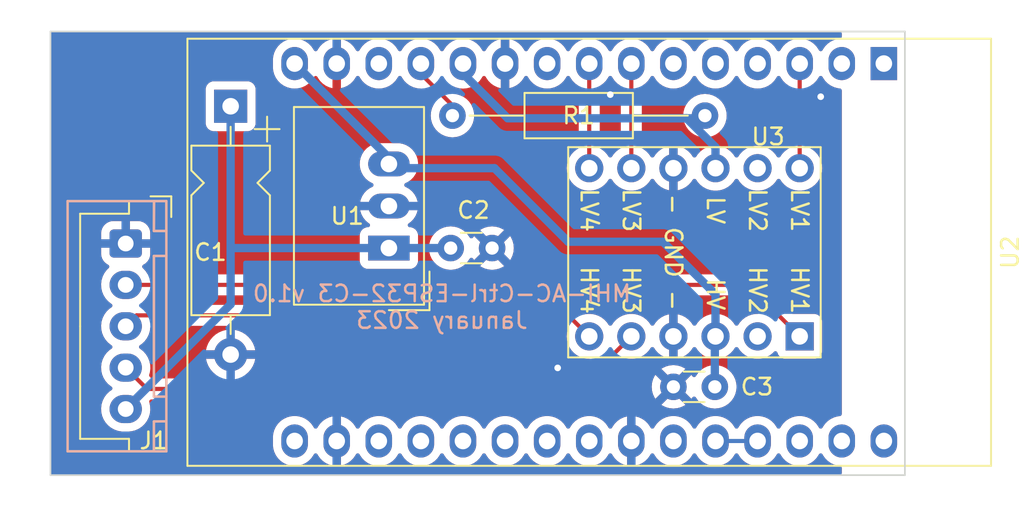
<source format=kicad_pcb>
(kicad_pcb (version 20221018) (generator pcbnew)
  (title_block (title "MHI-AC-Ctrl") (date "2022-10-24") (rev "v2.3") (comment 4 "AISLER Project ID: ROYGVFGP"))
  (layers (0 "F.Cu" signal) (31 "B.Cu" signal) (34 "B.Paste" user) (35 "F.Paste" user) (36 "B.SilkS" user "B.Silkscreen") (37 "F.SilkS" user "F.Silkscreen") (38 "B.Mask" user) (39 "F.Mask" user) (44 "Edge.Cuts" user))
  (net 0 "")
  (net 1 "+12V")
  (net 2 "GND")
  (net 3 "+5V")
  (net 4 "MISO_5V")
  (net 5 "MOSI_5V")
  (net 6 "CLK_5V")
  (net 7 "+3V3")
  (net 10 "MOSI_3V3")
  (net 11 "MISO_3V3")
  (net 12 "CLK_3V3")
  (net 26 "Net-(U2-IO10)")
  (net 32 "Net-(U2-EN)")
  (footprint "MHI-AC-CTRL:ESP-C3-32S-Kit" (layer "F.Cu") (at 111.76 50.8 -90)
    (fp_text reference "U2" (at 0 -25.4 90) (layer "F.SilkS"))
    (fp_text value "ESP-C3-32S-Kit")
    (fp_line (start -12.9 24.25) (end 12.899999 24.25) (stroke (width 0.12)) (layer "F.SilkS"))
    (fp_line (start -12.899999 -24.25) (end -12.9 24.25) (stroke (width 0.12)) (layer "F.SilkS"))
    (fp_line (start 12.899999 24.25) (end 12.9 -24.25) (stroke (width 0.12)) (layer "F.SilkS"))
    (fp_line (start 12.9 -24.25) (end -12.899999 -24.25) (stroke (width 0.12)) (layer "F.SilkS"))
    (pad "1" thru_hole rect (at -11.4 -17.78 180) (size 1.6 2) (drill 1) (layers "*.Cu" "*.Mask"))
    (pad "2" thru_hole oval (at -11.4 -15.24 180) (size 1.6 2) (drill 1) (layers "*.Cu" "*.Mask"))
    (pad "3" thru_hole oval (at -11.4 -12.7 180) (size 1.6 2) (drill 1) (layers "*.Cu" "*.Mask") (net 11 "MISO_3V3"))
    (pad "4" thru_hole oval (at -11.4 -10.16 180) (size 1.6 2) (drill 1) (layers "*.Cu" "*.Mask"))
    (pad "5" thru_hole oval (at -11.4 -7.62 180) (size 1.6 2) (drill 1) (layers "*.Cu" "*.Mask"))
    (pad "6" thru_hole oval (at -11.4 -5.08 180) (size 1.6 2) (drill 1) (layers "*.Cu" "*.Mask"))
    (pad "7" thru_hole oval (at -11.4 -2.54 180) (size 1.6 2) (drill 1) (layers "*.Cu" "*.Mask") (net 12 "CLK_3V3"))
    (pad "8" thru_hole oval (at -11.4 0 180) (size 1.6 2) (drill 1) (layers "*.Cu" "*.Mask") (net 10 "MOSI_3V3"))
    (pad "9" thru_hole oval (at -11.4 2.54 180) (size 1.6 2) (drill 1) (layers "*.Cu" "*.Mask"))
    (pad "10" thru_hole oval (at -11.4 5.08 180) (size 1.6 2) (drill 1) (layers "*.Cu" "*.Mask") (net 2 "GND"))
    (pad "11" thru_hole oval (at -11.4 7.62 180) (size 1.6 2) (drill 1) (layers "*.Cu" "*.Mask") (net 7 "+3V3"))
    (pad "12" thru_hole oval (at -11.4 10.16 180) (size 1.6 2) (drill 1) (layers "*.Cu" "*.Mask") (net 32 "Net-(U2-EN)"))
    (pad "13" thru_hole oval (at -11.4 12.7 180) (size 1.6 2) (drill 1) (layers "*.Cu" "*.Mask"))
    (pad "14" thru_hole oval (at -11.4 15.24 180) (size 1.6 2) (drill 1) (layers "*.Cu" "*.Mask") (net 2 "GND"))
    (pad "15" thru_hole oval (at -11.4 17.78 180) (size 1.6 2) (drill 1) (layers "*.Cu" "*.Mask") (net 3 "+5V"))
    (pad "16" thru_hole oval (at 11.4 17.78 180) (size 1.6 2) (drill 1) (layers "*.Cu" "*.Mask"))
    (pad "17" thru_hole oval (at 11.4 15.24 180) (size 1.6 2) (drill 1) (layers "*.Cu" "*.Mask") (net 2 "GND"))
    (pad "18" thru_hole oval (at 11.4 12.7 180) (size 1.6 2) (drill 1) (layers "*.Cu" "*.Mask"))
    (pad "19" thru_hole oval (at 11.4 10.16 180) (size 1.6 2) (drill 1) (layers "*.Cu" "*.Mask"))
    (pad "20" thru_hole oval (at 11.4 7.62 180) (size 1.6 2) (drill 1) (layers "*.Cu" "*.Mask"))
    (pad "21" thru_hole oval (at 11.4 5.08 180) (size 1.6 2) (drill 1) (layers "*.Cu" "*.Mask"))
    (pad "22" thru_hole oval (at 11.4 2.54 180) (size 1.6 2) (drill 1) (layers "*.Cu" "*.Mask"))
    (pad "23" thru_hole oval (at 11.4 0 180) (size 1.6 2) (drill 1) (layers "*.Cu" "*.Mask"))
    (pad "24" thru_hole oval (at 11.4 -2.54 180) (size 1.6 2) (drill 1) (layers "*.Cu" "*.Mask") (net 2 "GND"))
    (pad "25" thru_hole oval (at 11.4 -5.08 180) (size 1.6 2) (drill 1) (layers "*.Cu" "*.Mask"))
    (pad "26" thru_hole oval (at 11.4 -7.62 180) (size 1.6 2) (drill 1) (layers "*.Cu" "*.Mask") (net 26 "Net-(U2-IO10)"))
    (pad "27" thru_hole oval (at 11.4 -10.16 180) (size 1.6 2) (drill 1) (layers "*.Cu" "*.Mask") (net 26 "Net-(U2-IO10)"))
    (pad "28" thru_hole oval (at 11.4 -12.7 180) (size 1.6 2) (drill 1) (layers "*.Cu" "*.Mask"))
    (pad "29" thru_hole oval (at 11.4 -15.24 180) (size 1.6 2) (drill 1) (layers "*.Cu" "*.Mask"))
    (pad "30" thru_hole oval (at 11.4 -17.78 180) (size 1.6 2) (drill 1) (layers "*.Cu" "*.Mask"))
    (zone (net 0) (net_name "") (layers "F&B.Cu") (connect_pads (clearance 0)) (min_thickness 0.254)
      (keepout (tracks allowed) (vias allowed) (pads allowed) (copperpour not_allowed) (footprints allowed))
      (fill (thermal_gap 0.508) (thermal_bridge_width 0.508))
      (polygon (pts (xy 136.01 40.64) (xy 136.01 60.96) (xy 129.51 60.96) (xy 129.51 40.64)))
    )
  )
  (footprint "Converter_DCDC:Converter_DCDC_TRACO_TSR-1_THT" (layer "F.Cu") (at 99.6696 50.546 90)
    (fp_text reference "U1" (at 1.9304 -2.5146 180) (layer "F.SilkS"))
    (fp_text value "TSR_1-2450" hide)
    (fp_line (start -3.75 0) (end -3.75 2.45) (stroke (width 0.12)) (layer "F.SilkS"))
    (fp_line (start -3.75 2.45) (end -1.42 2.45) (stroke (width 0.12)) (layer "F.SilkS"))
    (fp_line (start -3.42 -5.73) (end 8.52 -5.73) (stroke (width 0.12)) (layer "F.SilkS"))
    (fp_line (start -3.42 2.12) (end -3.42 -5.73) (stroke (width 0.12)) (layer "F.SilkS"))
    (fp_line (start 8.52 -5.73) (end 8.52 2.12) (stroke (width 0.12)) (layer "F.SilkS"))
    (fp_line (start 8.52 2.12) (end -3.42 2.12) (stroke (width 0.12)) (layer "F.SilkS"))
    (pad "1" thru_hole rect (at 0 0 90) (size 1.5 2.5) (drill 1) (layers "*.Cu" "*.Mask") (net 1 "+12V"))
    (pad "2" thru_hole oval (at 2.54 0 90) (size 1.5 2.5) (drill 1) (layers "*.Cu" "*.Mask") (net 2 "GND"))
    (pad "3" thru_hole oval (at 5.08 0 90) (size 1.5 2.5) (drill 1) (layers "*.Cu" "*.Mask") (net 3 "+5V"))
  )
  (footprint "Connector_JST:JST_XH_B5B-XH-A_1x05_P2.50mm_Vertical" (layer "F.Cu") (at 83.7862 50.2704 -90)
    (fp_text reference "J1" (at 11.9088 -1.7 180) (layer "F.SilkS"))
    (fp_text value "Conn_01x05")
    (fp_line (start -2.85 -2.75) (end -2.85 -1.5) (stroke (width 0.12)) (layer "F.SilkS"))
    (fp_line (start -2.56 -2.46) (end -2.56 3.51) (stroke (width 0.12)) (layer "F.SilkS"))
    (fp_line (start -2.56 3.51) (end 12.56 3.51) (stroke (width 0.12)) (layer "F.SilkS"))
    (fp_line (start -2.55 -2.45) (end -2.55 -1.7) (stroke (width 0.12)) (layer "F.SilkS"))
    (fp_line (start -2.55 -1.7) (end -0.75 -1.7) (stroke (width 0.12)) (layer "F.SilkS"))
    (fp_line (start -2.55 -0.2) (end -1.8 -0.2) (stroke (width 0.12)) (layer "F.SilkS"))
    (fp_line (start -1.8 -0.2) (end -1.8 2.75) (stroke (width 0.12)) (layer "F.SilkS"))
    (fp_line (start -1.8 2.75) (end 5 2.75) (stroke (width 0.12)) (layer "F.SilkS"))
    (fp_line (start -1.6 -2.75) (end -2.85 -2.75) (stroke (width 0.12)) (layer "F.SilkS"))
    (fp_line (start -0.75 -2.45) (end -2.55 -2.45) (stroke (width 0.12)) (layer "F.SilkS"))
    (fp_line (start -0.75 -1.7) (end -0.75 -2.45) (stroke (width 0.12)) (layer "F.SilkS"))
    (fp_line (start 0.75 -2.45) (end 0.75 -1.7) (stroke (width 0.12)) (layer "F.SilkS"))
    (fp_line (start 0.75 -1.7) (end 9.25 -1.7) (stroke (width 0.12)) (layer "F.SilkS"))
    (fp_line (start 9.25 -2.45) (end 0.75 -2.45) (stroke (width 0.12)) (layer "F.SilkS"))
    (fp_line (start 9.25 -1.7) (end 9.25 -2.45) (stroke (width 0.12)) (layer "F.SilkS"))
    (fp_line (start 10.75 -2.45) (end 10.75 -1.7) (stroke (width 0.12)) (layer "F.SilkS"))
    (fp_line (start 10.75 -1.7) (end 12.55 -1.7) (stroke (width 0.12)) (layer "F.SilkS"))
    (fp_line (start 11.8 -0.2) (end 11.8 2.75) (stroke (width 0.12)) (layer "F.SilkS"))
    (fp_line (start 11.8 2.75) (end 5 2.75) (stroke (width 0.12)) (layer "F.SilkS"))
    (fp_line (start 12.55 -2.45) (end 10.75 -2.45) (stroke (width 0.12)) (layer "F.SilkS"))
    (fp_line (start 12.55 -1.7) (end 12.55 -2.45) (stroke (width 0.12)) (layer "F.SilkS"))
    (fp_line (start 12.55 -0.2) (end 11.8 -0.2) (stroke (width 0.12)) (layer "F.SilkS"))
    (fp_line (start 12.56 -2.46) (end -2.56 -2.46) (stroke (width 0.12)) (layer "F.SilkS"))
    (fp_line (start 12.56 3.51) (end 12.56 -2.46) (stroke (width 0.12)) (layer "F.SilkS"))
    (pad "1" thru_hole roundrect (at 0 0 270) (size 1.7 1.95) (drill 0.95) (layers "*.Cu" "*.Mask") (roundrect_rratio 0.1470588235) (net 2 "GND"))
    (pad "2" thru_hole oval (at 2.5 0 270) (size 1.7 1.95) (drill 0.95) (layers "*.Cu" "*.Mask") (net 4 "MISO_5V"))
    (pad "3" thru_hole oval (at 5 0 270) (size 1.7 1.95) (drill 0.95) (layers "*.Cu" "*.Mask") (net 5 "MOSI_5V"))
    (pad "4" thru_hole oval (at 7.5 0 270) (size 1.7 1.95) (drill 0.95) (layers "*.Cu" "*.Mask") (net 6 "CLK_5V"))
    (pad "5" thru_hole oval (at 10 0 270) (size 1.7 1.95) (drill 0.95) (layers "*.Cu" "*.Mask") (net 1 "+12V"))
  )
  (footprint "Package_SO:SOIC-14_3.9x8.7mm_P1.27mm" (layer "F.Cu") (at 118.11 50.8 -90)
    (fp_text reference "U3" (at -6.985 -4.445) (layer "F.SilkS"))
    (fp_text value "LEVEL-SHIFTER-4CH")
    (fp_text user "LV1" (at -2.54 -6.35 -90 unlocked) (layer "F.SilkS"))
    (fp_text user "LV" (at -2.54 -1.27 -90 unlocked) (layer "F.SilkS"))
    (fp_text user "LV4" (at -2.54 6.35 -90 unlocked) (layer "F.SilkS"))
    (fp_text user "LV3" (at -2.54 3.81 -90 unlocked) (layer "F.SilkS"))
    (fp_text user "HV2" (at 2.286 -3.81 -90 unlocked) (layer "F.SilkS"))
    (fp_text user "- GND -" (at 0 1.27 -90 unlocked) (layer "F.SilkS"))
    (fp_text user "HV3" (at 2.286 3.81 -90 unlocked) (layer "F.SilkS"))
    (fp_text user "HV4" (at 2.286 6.35 -90 unlocked) (layer "F.SilkS"))
    (fp_text user "HV1" (at 2.286 -6.35 -90 unlocked) (layer "F.SilkS"))
    (fp_text user "LV2" (at -2.54 -3.81 -90 unlocked) (layer "F.SilkS"))
    (fp_text user "HV" (at 2.54 -1.27 -90 unlocked) (layer "F.SilkS"))
    (fp_line (start -6.35 -7.62) (end -6.35 7.62) (stroke (width 0.12)) (layer "F.SilkS"))
    (fp_line (start -6.35 -7.62) (end 6.35 -7.62) (stroke (width 0.12)) (layer "F.SilkS"))
    (fp_line (start -6.35 7.62) (end 6.35 7.62) (stroke (width 0.12)) (layer "F.SilkS"))
    (fp_line (start 6.35 -7.62) (end 6.35 7.62) (stroke (width 0.12)) (layer "F.SilkS"))
    (pad "1" thru_hole rect (at 5.08 -6.35 270) (size 1.7 1.7) (drill 1) (layers "*.Cu" "*.Mask") (net 4 "MISO_5V"))
    (pad "2" thru_hole oval (at 5.08 -3.81 270) (size 1.7 1.7) (drill 1) (layers "*.Cu" "*.Mask"))
    (pad "3" thru_hole oval (at 5.08 -1.27 270) (size 1.7 1.7) (drill 1) (layers "*.Cu" "*.Mask") (net 3 "+5V"))
    (pad "4" thru_hole oval (at 5.08 1.27 270) (size 1.7 1.7) (drill 1) (layers "*.Cu" "*.Mask") (net 2 "GND"))
    (pad "5" thru_hole oval (at 5.08 3.81 270) (size 1.7 1.7) (drill 1) (layers "*.Cu" "*.Mask") (net 6 "CLK_5V"))
    (pad "6" thru_hole oval (at 5.08 6.35 270) (size 1.7 1.7) (drill 1) (layers "*.Cu" "*.Mask") (net 5 "MOSI_5V"))
    (pad "7" thru_hole circle (at -5.08 -6.35 270) (size 1.7 1.7) (drill 1) (layers "*.Cu" "*.Mask") (net 11 "MISO_3V3"))
    (pad "8" thru_hole oval (at -5.08 -3.81 270) (size 1.7 1.7) (drill 1) (layers "*.Cu" "*.Mask"))
    (pad "9" thru_hole oval (at -5.08 -1.27 270) (size 1.7 1.7) (drill 1) (layers "*.Cu" "*.Mask") (net 7 "+3V3"))
    (pad "10" thru_hole oval (at -5.08 1.27 270) (size 1.7 1.7) (drill 1) (layers "*.Cu" "*.Mask") (net 2 "GND"))
    (pad "11" thru_hole oval (at -5.08 3.81 270) (size 1.7 1.7) (drill 1) (layers "*.Cu" "*.Mask") (net 12 "CLK_3V3"))
    (pad "12" thru_hole oval (at -5.08 6.35 270) (size 1.7 1.7) (drill 1) (layers "*.Cu" "*.Mask") (net 10 "MOSI_3V3"))
  )
  (footprint "Capacitor_THT:C_Disc_D3.0mm_W1.6mm_P2.50mm" (layer "F.Cu") (at 119.34 58.928 180)
    (fp_text reference "C3" (at -2.54 0) (layer "F.SilkS"))
    (fp_text value "100nF" hide)
    (fp_line (start 0.621 -0.92) (end 1.879 -0.92) (stroke (width 0.12)) (layer "F.SilkS"))
    (fp_line (start 0.621 0.92) (end 1.879 0.92) (stroke (width 0.12)) (layer "F.SilkS"))
    (pad "1" thru_hole circle (at 0 0 180) (size 1.6 1.6) (drill 0.8) (layers "*.Cu" "*.Mask") (net 3 "+5V"))
    (pad "2" thru_hole circle (at 2.5 0 180) (size 1.6 1.6) (drill 0.8) (layers "*.Cu" "*.Mask") (net 2 "GND"))
  )
  (footprint "Capacitor_THT:CP_Axial_L10.0mm_D4.5mm_P15.00mm_Horizontal" (layer "F.Cu") (at 90.1192 41.9792 -90)
    (fp_text reference "C1" (at 8.8208 1.2192) (layer "F.SilkS"))
    (fp_text value "22μF/25V")
    (fp_line (start 0.63 -2.2) (end 2.13 -2.2) (stroke (width 0.12)) (layer "F.SilkS"))
    (fp_line (start 1.24 0) (end 2.38 0) (stroke (width 0.12)) (layer "F.SilkS"))
    (fp_line (start 1.38 -2.95) (end 1.38 -1.45) (stroke (width 0.12)) (layer "F.SilkS"))
    (fp_line (start 2.38 -2.37) (end 2.38 2.37) (stroke (width 0.12)) (layer "F.SilkS"))
    (fp_line (start 2.38 -2.37) (end 3.88 -2.37) (stroke (width 0.12)) (layer "F.SilkS"))
    (fp_line (start 2.38 2.37) (end 3.88 2.37) (stroke (width 0.12)) (layer "F.SilkS"))
    (fp_line (start 3.88 -2.37) (end 4.63 -1.62) (stroke (width 0.12)) (layer "F.SilkS"))
    (fp_line (start 3.88 2.37) (end 4.63 1.62) (stroke (width 0.12)) (layer "F.SilkS"))
    (fp_line (start 4.63 -1.62) (end 5.38 -2.37) (stroke (width 0.12)) (layer "F.SilkS"))
    (fp_line (start 4.63 1.62) (end 5.38 2.37) (stroke (width 0.12)) (layer "F.SilkS"))
    (fp_line (start 5.38 -2.37) (end 12.62 -2.37) (stroke (width 0.12)) (layer "F.SilkS"))
    (fp_line (start 5.38 2.37) (end 12.62 2.37) (stroke (width 0.12)) (layer "F.SilkS"))
    (fp_line (start 12.62 -2.37) (end 12.62 2.37) (stroke (width 0.12)) (layer "F.SilkS"))
    (fp_line (start 13.76 0) (end 12.62 0) (stroke (width 0.12)) (layer "F.SilkS"))
    (pad "1" thru_hole rect (at 0 0 270) (size 2 2) (drill 1) (layers "*.Cu" "*.Mask") (net 1 "+12V"))
    (pad "2" thru_hole oval (at 15 0 270) (size 2 2) (drill 1) (layers "*.Cu" "*.Mask") (net 2 "GND"))
  )
  (footprint "Resistor_THT:R_Axial_DIN0207_L6.3mm_D2.5mm_P15.24mm_Horizontal" (layer "F.Cu") (at 118.745 42.545 180)
    (fp_text reference "R1" (at 7.62 0 180) (layer "F.SilkS"))
    (fp_text value "12K")
    (fp_line (start 1.04 0) (end 4.35 0) (stroke (width 0.12)) (layer "F.SilkS"))
    (fp_line (start 4.35 -1.37) (end 4.35 1.37) (stroke (width 0.12)) (layer "F.SilkS"))
    (fp_line (start 4.35 1.37) (end 10.89 1.37) (stroke (width 0.12)) (layer "F.SilkS"))
    (fp_line (start 10.89 -1.37) (end 4.35 -1.37) (stroke (width 0.12)) (layer "F.SilkS"))
    (fp_line (start 10.89 1.37) (end 10.89 -1.37) (stroke (width 0.12)) (layer "F.SilkS"))
    (fp_line (start 14.2 0) (end 10.89 0) (stroke (width 0.12)) (layer "F.SilkS"))
    (pad "1" thru_hole circle (at 0 0 180) (size 1.6 1.6) (drill 0.8) (layers "*.Cu" "*.Mask") (net 7 "+3V3"))
    (pad "2" thru_hole oval (at 15.24 0 180) (size 1.6 1.6) (drill 0.8) (layers "*.Cu" "*.Mask") (net 32 "Net-(U2-EN)"))
  )
  (footprint "Capacitor_THT:C_Disc_D3.0mm_W1.6mm_P2.50mm" (layer "F.Cu") (at 103.398 50.546)
    (fp_text reference "C2" (at 1.377 -2.286) (layer "F.SilkS"))
    (fp_text value "100nF" hide)
    (fp_line (start 0.621 -0.92) (end 1.879 -0.92) (stroke (width 0.12)) (layer "F.SilkS"))
    (fp_line (start 0.621 0.92) (end 1.879 0.92) (stroke (width 0.12)) (layer "F.SilkS"))
    (pad "1" thru_hole circle (at 0 0) (size 1.6 1.6) (drill 0.8) (layers "*.Cu" "*.Mask") (net 1 "+12V"))
    (pad "2" thru_hole circle (at 2.5 0) (size 1.6 1.6) (drill 0.8) (layers "*.Cu" "*.Mask") (net 2 "GND"))
  )
  (gr_line (start 80.28 47.71) (end 86.24 47.71) (stroke (width 0.15)) (layer "B.SilkS"))
  (gr_line (start 80.28 62.82) (end 80.28 47.71) (stroke (width 0.15)) (layer "B.SilkS"))
  (gr_line (start 85.49 61.02) (end 86.23 61.01) (stroke (width 0.15)) (layer "B.SilkS"))
  (gr_line (start 86.24 62.82) (end 80.28 62.82) (stroke (width 0.15)) (layer "B.SilkS"))
  (gr_line (start 85.49 51.02) (end 85.49 59.52) (stroke (width 0.15)) (layer "B.SilkS"))
  (gr_line (start 86.24 47.71) (end 86.24 62.82) (stroke (width 0.15)) (layer "B.SilkS"))
  (gr_line (start 85.49 51.02) (end 86.24 51.02) (stroke (width 0.15)) (layer "B.SilkS"))
  (gr_line (start 85.49 59.52) (end 86.24 59.52) (stroke (width 0.15)) (layer "B.SilkS"))
  (gr_line (start 85.49 61.02) (end 85.49 62.82) (stroke (width 0.15)) (layer "B.SilkS"))
  (gr_line (start 85.49 49.51) (end 86.24 49.51) (stroke (width 0.15)) (layer "B.SilkS"))
  (gr_line (start 85.49 49.51) (end 85.5 47.71) (stroke (width 0.15)) (layer "B.SilkS"))
  (gr_line (start 130.81 64.262) (end 79.248 64.262) (stroke (width 0.1)) (layer "Edge.Cuts"))
  (gr_line (start 79.248 37.465) (end 130.81 37.465) (stroke (width 0.1)) (layer "Edge.Cuts"))
  (gr_line (start 79.248 64.262) (end 79.248 37.465) (stroke (width 0.1)) (layer "Edge.Cuts"))
  (gr_line (start 130.81 37.465) (end 130.81 64.262) (stroke (width 0.1)) (layer "Edge.Cuts"))
  (gr_text "MHI-AC-Ctrl-ESP32-C3 v1.0\nJanuary 2023" (at 102.87 54.102) (layer "B.SilkS") (effects (font (size 1 1)) (justify mirror)))
  (segment (start 90.1192 50.546) (end 90.1192 41.9792) (width 0.5) (layer "B.Cu") (net 1))
  (segment (start 99.6696 50.546) (end 103.398 50.546) (width 0.5) (layer "B.Cu") (net 1))
  (segment (start 83.7862 60.2704) (end 90.1192 53.9374) (width 0.5) (layer "B.Cu") (net 1))
  (segment (start 90.1192 53.9374) (end 90.1192 50.546) (width 0.5) (layer "B.Cu") (net 1))
  (segment (start 99.6696 50.546) (end 90.1192 50.546) (width 0.5) (layer "B.Cu") (net 1))
  (via (at 113.03 41.275) (size 0.8) (drill 0.4) (layers "F.Cu" "B.Cu") (net 2))
  (via (at 125.73 41.402) (size 0.8) (drill 0.4) (layers "F.Cu" "B.Cu") (net 2))
  (via (at 109.855 57.785) (size 0.8) (drill 0.4) (layers "F.Cu" "B.Cu") (net 2))
  (segment (start 119.34 59.22) (end 119.34 55.92) (width 0.5) (layer "B.Cu") (net 3))
  (segment (start 119.34 55.92) (end 119.38 55.88) (width 0.5) (layer "B.Cu") (net 3))
  (segment (start 110.49 50.165) (end 106.045 45.72) (width 0.5) (layer "B.Cu") (net 3))
  (segment (start 119.38 55.88) (end 119.38 53.34) (width 0.5) (layer "B.Cu") (net 3))
  (segment (start 100.3 45.72) (end 93.98 39.4) (width 0.5) (layer "B.Cu") (net 3))
  (segment (start 119.38 53.34) (end 116.205 50.165) (width 0.5) (layer "B.Cu") (net 3))
  (segment (start 116.205 50.165) (end 110.49 50.165) (width 0.5) (layer "B.Cu") (net 3))
  (segment (start 106.045 45.72) (end 100.3 45.72) (width 0.5) (layer "B.Cu") (net 3))
  (segment (start 121.3504 52.7704) (end 124.46 55.88) (width 0.25) (layer "F.Cu") (net 4))
  (segment (start 83.7862 52.7704) (end 121.3504 52.7704) (width 0.25) (layer "F.Cu") (net 4))
  (segment (start 84.4466 54.61) (end 110.49 54.61) (width 0.25) (layer "F.Cu") (net 5))
  (segment (start 83.7862 55.2704) (end 84.4466 54.61) (width 0.25) (layer "F.Cu") (net 5))
  (segment (start 110.49 54.61) (end 111.76 55.88) (width 0.25) (layer "F.Cu") (net 5))
  (segment (start 85.0708 59.055) (end 111.125 59.055) (width 0.25) (layer "F.Cu") (net 6))
  (segment (start 83.7862 57.7704) (end 85.0708 59.055) (width 0.25) (layer "F.Cu") (net 6))
  (segment (start 111.125 59.055) (end 114.3 55.88) (width 0.25) (layer "F.Cu") (net 6))
  (segment (start 117.636 42.706) (end 116.205 42.706) (width 0.5) (layer "B.Cu") (net 7))
  (segment (start 104.14 39.4) (end 104.14 40.005) (width 0.5) (layer "B.Cu") (net 7))
  (segment (start 106.841 42.706) (end 116.205 42.706) (width 0.5) (layer "B.Cu") (net 7))
  (segment (start 119.38 44.45) (end 117.636 42.706) (width 0.5) (layer "B.Cu") (net 7))
  (segment (start 118.584 42.706) (end 118.745 42.545) (width 0.5) (layer "B.Cu") (net 7))
  (segment (start 119.38 45.72) (end 119.38 44.45) (width 0.5) (layer "B.Cu") (net 7))
  (segment (start 104.14 40.005) (end 106.841 42.706) (width 0.5) (layer "B.Cu") (net 7))
  (segment (start 116.205 42.706) (end 118.584 42.706) (width 0.5) (layer "B.Cu") (net 7))
  (segment (start 111.76 39.4) (end 111.76 45.72) (width 0.25) (layer "F.Cu") (net 10))
  (segment (start 124.46 45.72) (end 124.46 39.4) (width 0.25) (layer "F.Cu") (net 11))
  (segment (start 114.3 45.72) (end 114.3 39.4) (width 0.25) (layer "F.Cu") (net 12))
  (segment (start 119.38 62.2) (end 121.92 62.2) (width 0.25) (layer "B.Cu") (net 26))
  (segment (start 101.6 40.02) (end 101.6 39.4) (width 0.25) (layer "F.Cu") (net 32))
  (segment (start 103.505 42.545) (end 103.505 41.925) (width 0.25) (layer "F.Cu") (net 32))
  (segment (start 103.505 41.925) (end 101.6 40.02) (width 0.25) (layer "F.Cu") (net 32))
  (segment (start 101.6 39.4) (end 101.6 40.005) (width 0.25) (layer "B.Cu") (net 32))
  (segment (start 103.505 41.91) (end 103.505 42.545) (width 0.25) (layer "B.Cu") (net 32))
  (zone (net 2) (net_name "GND") (layers "F&B.Cu") (name "GND") (connect_pads (clearance 0.508)) (min_thickness 0.254) (fill yes (thermal_gap 0.508) (thermal_bridge_width 0.508) (island_removal_mode 2) (island_area_min 10))
    (polygon (pts (xy 76.2 66.04) (xy 127 66.294) (xy 127 35.814) (xy 76.2 35.56)))
  )
)
</source>
